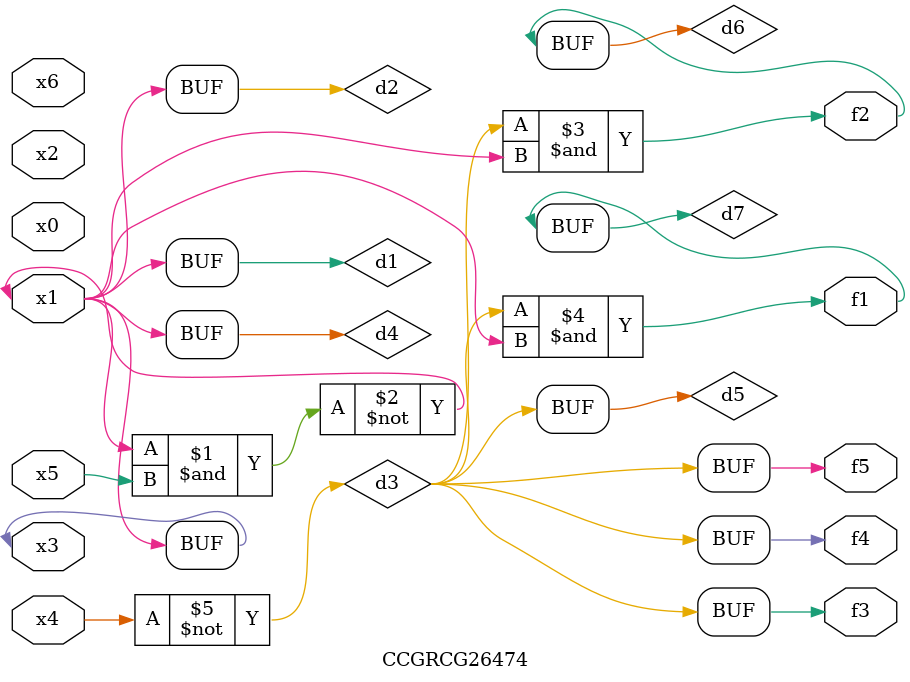
<source format=v>
module CCGRCG26474(
	input x0, x1, x2, x3, x4, x5, x6,
	output f1, f2, f3, f4, f5
);

	wire d1, d2, d3, d4, d5, d6, d7;

	buf (d1, x1, x3);
	nand (d2, x1, x5);
	not (d3, x4);
	buf (d4, d1, d2);
	buf (d5, d3);
	and (d6, d3, d4);
	and (d7, d3, d4);
	assign f1 = d7;
	assign f2 = d6;
	assign f3 = d5;
	assign f4 = d5;
	assign f5 = d5;
endmodule

</source>
